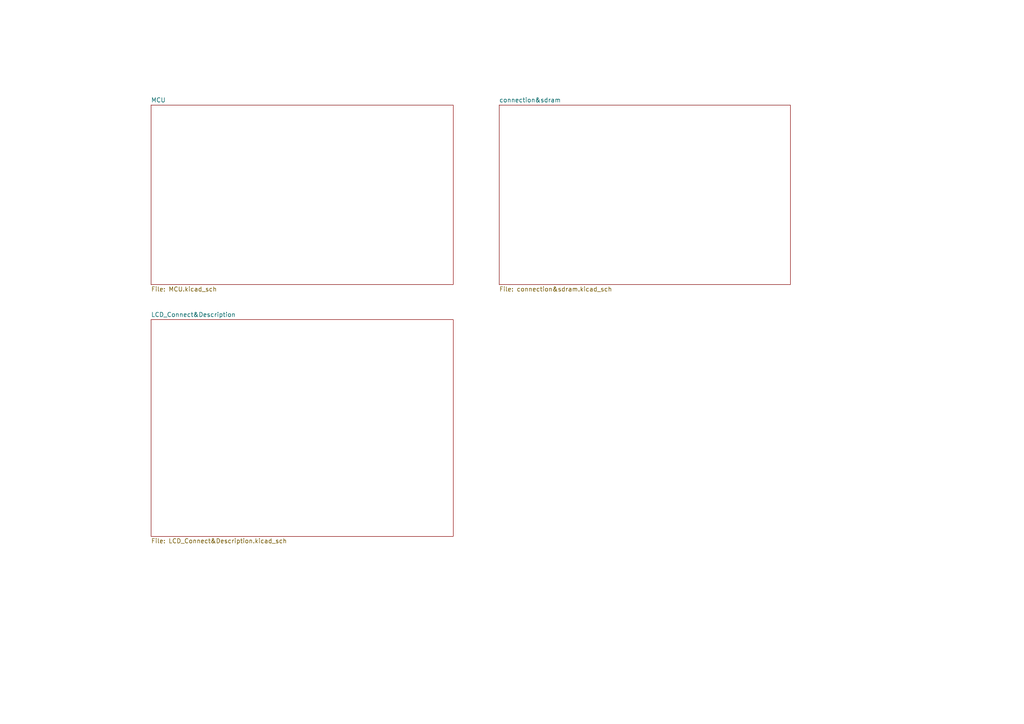
<source format=kicad_sch>
(kicad_sch (version 20230121) (generator eeschema)

  (uuid 768358c2-c24b-42ec-b062-2918508f6cc0)

  (paper "A4")

  (title_block
    (title "db_gd32f450")
    (date "2023-07-18")
    (company "4T")
  )

  (lib_symbols
  )


  (sheet (at 43.815 92.71) (size 87.63 62.865) (fields_autoplaced)
    (stroke (width 0.1524) (type solid))
    (fill (color 255 255 255 1.0000))
    (uuid 964bdcfc-2cef-4a45-86d1-4e18601e71c2)
    (property "Sheetname" "LCD_Connect&Description" (at 43.815 91.9984 0)
      (effects (font (size 1.27 1.27)) (justify left bottom))
    )
    (property "Sheetfile" "LCD_Connect&Description.kicad_sch" (at 43.815 156.1596 0)
      (effects (font (size 1.27 1.27)) (justify left top))
    )
    (instances
      (project "4t_gd32f450_board"
        (path "/768358c2-c24b-42ec-b062-2918508f6cc0" (page "4"))
      )
    )
  )

  (sheet (at 43.815 30.48) (size 87.63 52.07) (fields_autoplaced)
    (stroke (width 0.1524) (type solid))
    (fill (color 255 255 255 1.0000))
    (uuid a39d710c-8e76-4a3f-bb97-76903a1b0000)
    (property "Sheetname" "MCU" (at 43.815 29.7684 0)
      (effects (font (size 1.27 1.27)) (justify left bottom))
    )
    (property "Sheetfile" "MCU.kicad_sch" (at 43.815 83.1346 0)
      (effects (font (size 1.27 1.27)) (justify left top))
    )
    (instances
      (project "4t_gd32f450_board"
        (path "/768358c2-c24b-42ec-b062-2918508f6cc0" (page "2"))
      )
    )
  )

  (sheet (at 144.78 30.48) (size 84.455 52.07) (fields_autoplaced)
    (stroke (width 0.1524) (type solid))
    (fill (color 255 255 255 1.0000))
    (uuid ee0ea19a-f649-405c-961e-35abd6118280)
    (property "Sheetname" "connection&sdram" (at 144.78 29.7684 0)
      (effects (font (size 1.27 1.27)) (justify left bottom))
    )
    (property "Sheetfile" "connection&sdram.kicad_sch" (at 144.78 83.1346 0)
      (effects (font (size 1.27 1.27)) (justify left top))
    )
    (instances
      (project "4t_gd32f450_board"
        (path "/768358c2-c24b-42ec-b062-2918508f6cc0" (page "3"))
      )
    )
  )

  (sheet_instances
    (path "/" (page "1"))
  )
)

</source>
